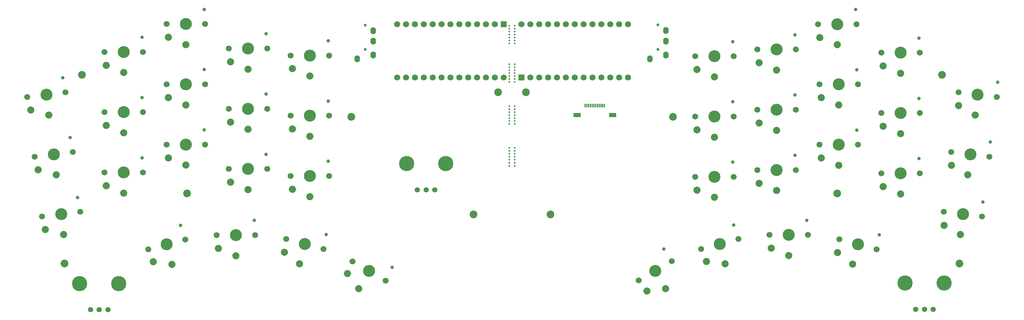
<source format=gts>
G04 #@! TF.GenerationSoftware,KiCad,Pcbnew,9.0.4*
G04 #@! TF.CreationDate,2025-09-15T12:20:14-04:00*
G04 #@! TF.ProjectId,zen,7a656e2e-6b69-4636-9164-5f7063625858,rev?*
G04 #@! TF.SameCoordinates,Original*
G04 #@! TF.FileFunction,Soldermask,Top*
G04 #@! TF.FilePolarity,Negative*
%FSLAX46Y46*%
G04 Gerber Fmt 4.6, Leading zero omitted, Abs format (unit mm)*
G04 Created by KiCad (PCBNEW 9.0.4) date 2025-09-15 12:20:14*
%MOMM*%
%LPD*%
G01*
G04 APERTURE LIST*
%ADD10C,2.032000*%
%ADD11C,1.701800*%
%ADD12C,0.990600*%
%ADD13C,3.429000*%
%ADD14O,1.600000X2.000000*%
%ADD15C,0.800000*%
%ADD16C,1.752600*%
%ADD17R,1.752600X1.752600*%
%ADD18C,2.200000*%
%ADD19R,2.000000X1.300000*%
%ADD20R,0.300000X1.000000*%
%ADD21C,4.350000*%
%ADD22C,1.500000*%
%ADD23C,0.500000*%
G04 APERTURE END LIST*
D10*
X116353883Y-173514613D03*
X121727032Y-174248962D03*
D11*
X125512592Y-167126495D03*
D12*
X124155093Y-163142076D03*
D13*
X120200000Y-168550000D03*
D11*
X114887408Y-169973505D03*
X134500000Y-165900000D03*
D13*
X140000000Y-165900000D03*
D12*
X145220000Y-161700000D03*
D11*
X145500000Y-165900000D03*
D10*
X140000000Y-171800000D03*
X135000000Y-169700000D03*
X171869873Y-176940897D03*
X175150000Y-181259550D03*
D11*
X182863140Y-178900000D03*
D12*
X184720653Y-175122693D03*
D13*
X178100000Y-176150000D03*
D11*
X173336860Y-173400000D03*
X154387408Y-167026495D03*
D13*
X159700000Y-168450000D03*
D12*
X165829173Y-165744147D03*
D11*
X165012592Y-169873505D03*
D10*
X158172968Y-174148962D03*
X153886858Y-170826423D03*
X257549873Y-181930897D03*
X262930000Y-181249550D03*
D11*
X264743140Y-173390000D03*
D12*
X262400653Y-169892693D03*
D13*
X259980000Y-176140000D03*
D11*
X255216860Y-178890000D03*
D10*
X274583883Y-173404613D03*
X279957032Y-174138962D03*
D11*
X283742592Y-167016495D03*
D12*
X282385093Y-163032076D03*
D13*
X278430000Y-168440000D03*
D11*
X273117408Y-169863505D03*
D10*
X81295881Y-130046336D03*
X86514537Y-131521336D03*
D11*
X91254512Y-124995033D03*
D12*
X90464748Y-120860462D03*
D13*
X85795508Y-125665314D03*
D11*
X80336504Y-126335595D03*
D10*
X83398127Y-147167757D03*
X88616783Y-148642757D03*
D11*
X93356758Y-142116454D03*
D12*
X92566994Y-137981883D03*
D13*
X87897754Y-142786735D03*
D11*
X82438750Y-143457016D03*
D10*
X85500373Y-164289178D03*
X90719029Y-165764178D03*
D11*
X95459004Y-159237875D03*
D12*
X94669240Y-155103304D03*
D13*
X90000000Y-159908156D03*
D11*
X84540996Y-160578437D03*
D10*
X312150000Y-170876423D03*
X316436110Y-174198962D03*
D11*
X323275734Y-169923505D03*
D12*
X324092315Y-165794147D03*
D13*
X317963142Y-168500000D03*
D11*
X312650550Y-167076495D03*
D10*
X346777533Y-128826924D03*
X351484338Y-131520617D03*
D11*
X357662371Y-126334876D03*
D12*
X357896309Y-122132059D03*
D13*
X352203367Y-125664595D03*
D11*
X346744363Y-124994314D03*
D10*
X344675287Y-145948345D03*
X349382092Y-148642038D03*
D11*
X355560125Y-143456297D03*
D12*
X355794063Y-139253480D03*
D13*
X350101121Y-142786016D03*
D11*
X344642117Y-142115735D03*
D10*
X342573041Y-163069766D03*
X347279846Y-165763459D03*
D11*
X353457879Y-160577718D03*
D12*
X353691817Y-156374901D03*
D13*
X347998875Y-159907437D03*
D11*
X342539871Y-159237156D03*
D10*
X325180000Y-152000000D03*
X330180000Y-154100000D03*
D11*
X335680000Y-148200000D03*
D12*
X335400000Y-144000000D03*
D13*
X330180000Y-148200000D03*
D11*
X324680000Y-148200000D03*
D10*
X289680000Y-151050000D03*
X294680000Y-153150000D03*
D11*
X300180000Y-147250000D03*
D12*
X299900000Y-143050000D03*
D13*
X294680000Y-147250000D03*
D11*
X289180000Y-147250000D03*
D14*
X263050780Y-107337500D03*
X263050780Y-110337500D03*
X263050780Y-114337500D03*
X258450780Y-115437500D03*
D15*
X260750780Y-112737500D03*
X260750780Y-105737500D03*
D10*
X307430000Y-143800000D03*
X312430000Y-145900000D03*
D11*
X317930000Y-140000000D03*
D12*
X317650000Y-135800000D03*
D13*
X312430000Y-140000000D03*
D11*
X306930000Y-140000000D03*
D10*
X120680000Y-126515677D03*
X125680000Y-128615677D03*
D11*
X131180000Y-122715677D03*
D12*
X130900000Y-118515677D03*
D13*
X125680000Y-122715677D03*
D11*
X120180000Y-122715677D03*
D10*
X271930000Y-135740000D03*
X276930000Y-137840000D03*
D11*
X282430000Y-131940000D03*
D12*
X282150000Y-127740000D03*
D13*
X276930000Y-131940000D03*
D11*
X271430000Y-131940000D03*
D10*
X271930000Y-152990000D03*
X276930000Y-155090000D03*
D11*
X282430000Y-149190000D03*
D12*
X282150000Y-144990000D03*
D13*
X276930000Y-149190000D03*
D11*
X271430000Y-149190000D03*
D10*
X289680000Y-116550000D03*
X294680000Y-118650000D03*
D11*
X300180000Y-112750000D03*
D12*
X299900000Y-108550000D03*
D13*
X294680000Y-112750000D03*
D11*
X289180000Y-112750000D03*
D10*
X120680000Y-109265677D03*
X125680000Y-111365677D03*
D11*
X131180000Y-105465677D03*
D12*
X130900000Y-101265677D03*
D13*
X125680000Y-105465677D03*
D11*
X120180000Y-105465677D03*
D10*
X138430000Y-116265677D03*
X143430000Y-118365677D03*
D11*
X148930000Y-112465677D03*
D12*
X148650000Y-108265677D03*
D13*
X143430000Y-112465677D03*
D11*
X137930000Y-112465677D03*
D10*
X138430000Y-150765677D03*
X143430000Y-152865677D03*
D11*
X148930000Y-146965677D03*
D12*
X148650000Y-142765677D03*
D13*
X143430000Y-146965677D03*
D11*
X137930000Y-146965677D03*
D10*
X102930000Y-134515677D03*
X107930000Y-136615677D03*
D11*
X113430000Y-130715677D03*
D12*
X113150000Y-126515677D03*
D13*
X107930000Y-130715677D03*
D11*
X102430000Y-130715677D03*
D10*
X156180000Y-118265677D03*
X161180000Y-120365677D03*
D11*
X166680000Y-114465677D03*
D12*
X166400000Y-110265677D03*
D13*
X161180000Y-114465677D03*
D11*
X155680000Y-114465677D03*
D10*
X293130000Y-169640000D03*
X298130000Y-171740000D03*
D11*
X303630000Y-165840000D03*
D12*
X303350000Y-161640000D03*
D13*
X298130000Y-165840000D03*
D11*
X292630000Y-165840000D03*
D10*
X120680000Y-143765677D03*
X125680000Y-145865677D03*
D11*
X131180000Y-139965677D03*
D12*
X130900000Y-135765677D03*
D13*
X125680000Y-139965677D03*
D11*
X120180000Y-139965677D03*
D16*
X186100000Y-120765677D03*
X188640000Y-120765677D03*
X191180000Y-120765677D03*
X193720000Y-120765677D03*
X196260000Y-120765677D03*
X198800000Y-120765677D03*
X201340000Y-120765677D03*
X203880000Y-120765677D03*
X206420000Y-120765677D03*
X208960000Y-120765677D03*
X211500000Y-120765677D03*
X214040000Y-120765677D03*
X216580000Y-120765677D03*
X186100000Y-105525677D03*
X188640000Y-105525677D03*
X191180000Y-105525677D03*
X193720000Y-105525677D03*
X196260000Y-105525677D03*
X198800000Y-105525677D03*
X201340000Y-105525677D03*
X203880000Y-105525677D03*
X206420000Y-105525677D03*
X208960000Y-105525677D03*
X211500000Y-105525677D03*
X214040000Y-105525677D03*
D17*
X216580000Y-105525677D03*
D10*
X156180000Y-135515677D03*
X161180000Y-137615677D03*
D11*
X166680000Y-131715677D03*
D12*
X166400000Y-127515677D03*
D13*
X161180000Y-131715677D03*
D11*
X155680000Y-131715677D03*
D14*
X179300000Y-107353177D03*
X179300000Y-110353177D03*
X179300000Y-114353177D03*
X174700000Y-115453177D03*
D15*
X177000000Y-112753177D03*
X177000000Y-105753177D03*
D10*
X271930000Y-118490000D03*
X276930000Y-120590000D03*
D11*
X282430000Y-114690000D03*
D12*
X282150000Y-110490000D03*
D13*
X276930000Y-114690000D03*
D11*
X271430000Y-114690000D03*
D10*
X325180000Y-117500000D03*
X330180000Y-119600000D03*
D11*
X335680000Y-113700000D03*
D12*
X335400000Y-109500000D03*
D13*
X330180000Y-113700000D03*
D11*
X324680000Y-113700000D03*
D10*
X289680000Y-133800000D03*
X294680000Y-135900000D03*
D11*
X300180000Y-130000000D03*
D12*
X299900000Y-125800000D03*
D13*
X294680000Y-130000000D03*
D11*
X289180000Y-130000000D03*
D10*
X156180000Y-152765677D03*
X161180000Y-154865677D03*
D11*
X166680000Y-148965677D03*
D12*
X166400000Y-144765677D03*
D13*
X161180000Y-148965677D03*
D11*
X155680000Y-148965677D03*
D18*
X215000000Y-125000000D03*
X173000000Y-132000000D03*
X96000000Y-120000000D03*
X208000000Y-160000000D03*
X91000000Y-174000000D03*
X347000000Y-174000000D03*
D19*
X247730000Y-131545000D03*
X237630000Y-131545000D03*
D20*
X245430000Y-128845000D03*
X244930000Y-128845000D03*
X244430000Y-128845000D03*
X243930000Y-128845000D03*
X243430000Y-128845000D03*
X242930000Y-128845000D03*
X242430000Y-128845000D03*
X241930000Y-128845000D03*
X241430000Y-128845000D03*
X240930000Y-128845000D03*
X240430000Y-128845000D03*
X239930000Y-128845000D03*
D21*
X342600000Y-179650000D03*
X331400000Y-179650000D03*
D22*
X337000000Y-187150000D03*
X339500000Y-187150000D03*
X334500000Y-187150000D03*
D21*
X200000000Y-145415677D03*
X188800000Y-145415677D03*
D22*
X194400000Y-152915677D03*
X196900000Y-152915677D03*
X191900000Y-152915677D03*
D23*
X219750001Y-105950000D03*
X218250001Y-105950000D03*
X219750001Y-106800000D03*
X218250001Y-106800000D03*
X219750001Y-107650000D03*
X218250001Y-107650000D03*
X219750001Y-108500000D03*
X218250001Y-108500000D03*
X219750001Y-109350000D03*
X218250001Y-109350000D03*
X219750001Y-110200000D03*
X218250001Y-110200000D03*
X219750001Y-111050000D03*
X218250001Y-111050000D03*
X219750000Y-116950000D03*
X218250000Y-116950000D03*
X219750000Y-117800000D03*
X218250000Y-117800000D03*
X219750000Y-118650000D03*
X218250000Y-118650000D03*
X219750000Y-119500000D03*
X218250000Y-119500000D03*
X219750000Y-120350000D03*
X218250000Y-120350000D03*
X219750000Y-121200000D03*
X218250000Y-121200000D03*
X219750000Y-122050000D03*
X218250000Y-122050000D03*
D18*
X126000000Y-154000000D03*
D23*
X219750000Y-140950000D03*
X218250000Y-140950000D03*
X219750000Y-141800000D03*
X218250000Y-141800000D03*
X219750000Y-142650000D03*
X218250000Y-142650000D03*
X219750000Y-143500000D03*
X218250000Y-143500000D03*
X219750000Y-144350000D03*
X218250000Y-144350000D03*
X219750000Y-145200000D03*
X218250000Y-145200000D03*
X219750000Y-146050000D03*
X218250000Y-146050000D03*
D18*
X230000000Y-160000000D03*
X223000000Y-125000000D03*
D21*
X106500000Y-179765677D03*
X95300000Y-179765677D03*
D22*
X100900000Y-187265677D03*
X103400000Y-187265677D03*
X98400000Y-187265677D03*
D18*
X312000000Y-154000000D03*
D23*
X219750000Y-128950000D03*
X218250000Y-128950000D03*
X219750000Y-129800000D03*
X218250000Y-129800000D03*
X219750000Y-130650000D03*
X218250000Y-130650000D03*
X219750000Y-131500000D03*
X218250000Y-131500000D03*
X219750000Y-132350000D03*
X218250000Y-132350000D03*
X219750000Y-133200000D03*
X218250000Y-133200000D03*
X219750000Y-134050000D03*
X218250000Y-134050000D03*
D18*
X265000000Y-132000000D03*
X342000000Y-120000000D03*
D10*
X102930000Y-151765677D03*
X107930000Y-153865677D03*
D11*
X113430000Y-147965677D03*
D12*
X113150000Y-143765677D03*
D13*
X107930000Y-147965677D03*
D11*
X102430000Y-147965677D03*
D10*
X307054220Y-109300000D03*
X312054220Y-111400000D03*
D11*
X317554220Y-105500000D03*
D12*
X317274220Y-101300000D03*
D13*
X312054220Y-105500000D03*
D11*
X306554220Y-105500000D03*
D16*
X252150780Y-105500000D03*
X249610780Y-105500000D03*
X247070780Y-105500000D03*
X244530780Y-105500000D03*
X241990780Y-105500000D03*
X239450780Y-105500000D03*
X236910780Y-105500000D03*
X234370780Y-105500000D03*
X231830780Y-105500000D03*
X229290780Y-105500000D03*
X226750780Y-105500000D03*
X224210780Y-105500000D03*
X221670780Y-105500000D03*
X252150780Y-120740000D03*
X249610780Y-120740000D03*
X247070780Y-120740000D03*
X244530780Y-120740000D03*
X241990780Y-120740000D03*
X239450780Y-120740000D03*
X236910780Y-120740000D03*
X234370780Y-120740000D03*
X231830780Y-120740000D03*
X229290780Y-120740000D03*
X226750780Y-120740000D03*
X224210780Y-120740000D03*
D17*
X221670780Y-120740000D03*
D10*
X325180000Y-134750000D03*
X330180000Y-136850000D03*
D11*
X335680000Y-130950000D03*
D12*
X335400000Y-126750000D03*
D13*
X330180000Y-130950000D03*
D11*
X324680000Y-130950000D03*
D10*
X307430000Y-126550000D03*
X312430000Y-128650000D03*
D11*
X317930000Y-122750000D03*
D12*
X317650000Y-118550000D03*
D13*
X312430000Y-122750000D03*
D11*
X306930000Y-122750000D03*
D10*
X102930000Y-117265677D03*
X107930000Y-119365677D03*
D11*
X113430000Y-113465677D03*
D12*
X113150000Y-109265677D03*
D13*
X107930000Y-113465677D03*
D11*
X102430000Y-113465677D03*
D10*
X138430000Y-133515677D03*
X143430000Y-135615677D03*
D11*
X148930000Y-129715677D03*
D12*
X148650000Y-125515677D03*
D13*
X143430000Y-129715677D03*
D11*
X137930000Y-129715677D03*
M02*

</source>
